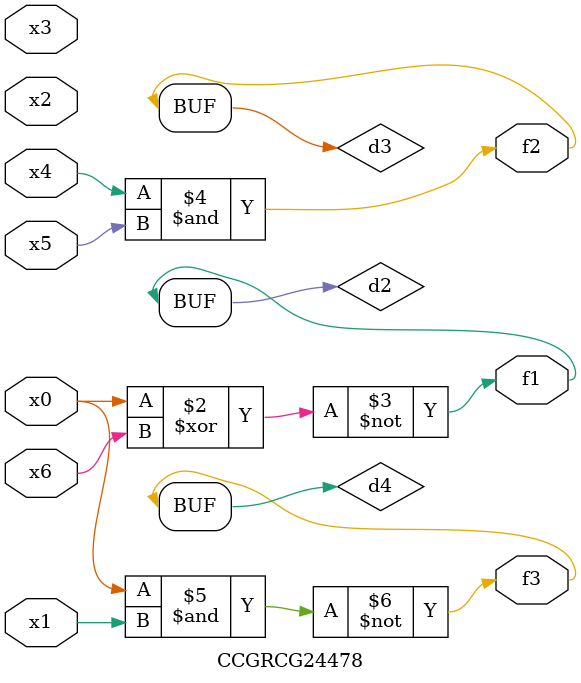
<source format=v>
module CCGRCG24478(
	input x0, x1, x2, x3, x4, x5, x6,
	output f1, f2, f3
);

	wire d1, d2, d3, d4;

	nor (d1, x0);
	xnor (d2, x0, x6);
	and (d3, x4, x5);
	nand (d4, x0, x1);
	assign f1 = d2;
	assign f2 = d3;
	assign f3 = d4;
endmodule

</source>
